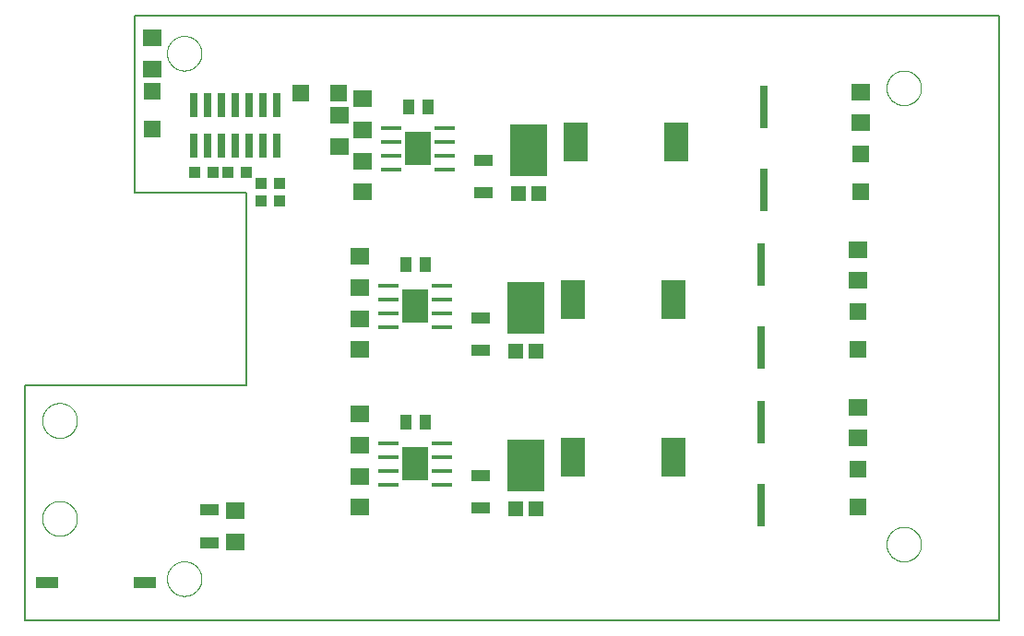
<source format=gtp>
G75*
%MOIN*%
%OFA0B0*%
%FSLAX25Y25*%
%IPPOS*%
%LPD*%
%AMOC8*
5,1,8,0,0,1.08239X$1,22.5*
%
%ADD10C,0.00500*%
%ADD11C,0.00000*%
%ADD12R,0.07100X0.04400*%
%ADD13R,0.07098X0.06299*%
%ADD14R,0.04400X0.05700*%
%ADD15R,0.03100X0.15200*%
%ADD16R,0.05500X0.05500*%
%ADD17R,0.13200X0.19100*%
%ADD18R,0.05906X0.05906*%
%ADD19R,0.07800X0.01800*%
%ADD20R,0.09400X0.12200*%
%ADD21C,0.00600*%
%ADD22R,0.09055X0.14173*%
%ADD23R,0.03937X0.04331*%
%ADD24R,0.04331X0.03937*%
%ADD25R,0.02992X0.08661*%
%ADD26R,0.07900X0.04300*%
D10*
X0026831Y0025600D02*
X0026831Y0110600D01*
X0106831Y0110600D01*
X0106831Y0180100D01*
X0066331Y0180100D01*
X0066331Y0244100D01*
X0378831Y0244100D01*
X0378831Y0025600D01*
X0026831Y0025600D01*
D11*
X0032996Y0062383D02*
X0032998Y0062541D01*
X0033004Y0062699D01*
X0033014Y0062857D01*
X0033028Y0063015D01*
X0033046Y0063172D01*
X0033067Y0063329D01*
X0033093Y0063485D01*
X0033123Y0063641D01*
X0033156Y0063796D01*
X0033194Y0063949D01*
X0033235Y0064102D01*
X0033280Y0064254D01*
X0033329Y0064405D01*
X0033382Y0064554D01*
X0033438Y0064702D01*
X0033498Y0064848D01*
X0033562Y0064993D01*
X0033630Y0065136D01*
X0033701Y0065278D01*
X0033775Y0065418D01*
X0033853Y0065555D01*
X0033935Y0065691D01*
X0034019Y0065825D01*
X0034108Y0065956D01*
X0034199Y0066085D01*
X0034294Y0066212D01*
X0034391Y0066337D01*
X0034492Y0066459D01*
X0034596Y0066578D01*
X0034703Y0066695D01*
X0034813Y0066809D01*
X0034926Y0066920D01*
X0035041Y0067029D01*
X0035159Y0067134D01*
X0035280Y0067236D01*
X0035403Y0067336D01*
X0035529Y0067432D01*
X0035657Y0067525D01*
X0035787Y0067615D01*
X0035920Y0067701D01*
X0036055Y0067785D01*
X0036191Y0067864D01*
X0036330Y0067941D01*
X0036471Y0068013D01*
X0036613Y0068083D01*
X0036757Y0068148D01*
X0036903Y0068210D01*
X0037050Y0068268D01*
X0037199Y0068323D01*
X0037349Y0068374D01*
X0037500Y0068421D01*
X0037652Y0068464D01*
X0037805Y0068503D01*
X0037960Y0068539D01*
X0038115Y0068570D01*
X0038271Y0068598D01*
X0038427Y0068622D01*
X0038584Y0068642D01*
X0038742Y0068658D01*
X0038899Y0068670D01*
X0039058Y0068678D01*
X0039216Y0068682D01*
X0039374Y0068682D01*
X0039532Y0068678D01*
X0039691Y0068670D01*
X0039848Y0068658D01*
X0040006Y0068642D01*
X0040163Y0068622D01*
X0040319Y0068598D01*
X0040475Y0068570D01*
X0040630Y0068539D01*
X0040785Y0068503D01*
X0040938Y0068464D01*
X0041090Y0068421D01*
X0041241Y0068374D01*
X0041391Y0068323D01*
X0041540Y0068268D01*
X0041687Y0068210D01*
X0041833Y0068148D01*
X0041977Y0068083D01*
X0042119Y0068013D01*
X0042260Y0067941D01*
X0042399Y0067864D01*
X0042535Y0067785D01*
X0042670Y0067701D01*
X0042803Y0067615D01*
X0042933Y0067525D01*
X0043061Y0067432D01*
X0043187Y0067336D01*
X0043310Y0067236D01*
X0043431Y0067134D01*
X0043549Y0067029D01*
X0043664Y0066920D01*
X0043777Y0066809D01*
X0043887Y0066695D01*
X0043994Y0066578D01*
X0044098Y0066459D01*
X0044199Y0066337D01*
X0044296Y0066212D01*
X0044391Y0066085D01*
X0044482Y0065956D01*
X0044571Y0065825D01*
X0044655Y0065691D01*
X0044737Y0065555D01*
X0044815Y0065418D01*
X0044889Y0065278D01*
X0044960Y0065136D01*
X0045028Y0064993D01*
X0045092Y0064848D01*
X0045152Y0064702D01*
X0045208Y0064554D01*
X0045261Y0064405D01*
X0045310Y0064254D01*
X0045355Y0064102D01*
X0045396Y0063949D01*
X0045434Y0063796D01*
X0045467Y0063641D01*
X0045497Y0063485D01*
X0045523Y0063329D01*
X0045544Y0063172D01*
X0045562Y0063015D01*
X0045576Y0062857D01*
X0045586Y0062699D01*
X0045592Y0062541D01*
X0045594Y0062383D01*
X0045592Y0062225D01*
X0045586Y0062067D01*
X0045576Y0061909D01*
X0045562Y0061751D01*
X0045544Y0061594D01*
X0045523Y0061437D01*
X0045497Y0061281D01*
X0045467Y0061125D01*
X0045434Y0060970D01*
X0045396Y0060817D01*
X0045355Y0060664D01*
X0045310Y0060512D01*
X0045261Y0060361D01*
X0045208Y0060212D01*
X0045152Y0060064D01*
X0045092Y0059918D01*
X0045028Y0059773D01*
X0044960Y0059630D01*
X0044889Y0059488D01*
X0044815Y0059348D01*
X0044737Y0059211D01*
X0044655Y0059075D01*
X0044571Y0058941D01*
X0044482Y0058810D01*
X0044391Y0058681D01*
X0044296Y0058554D01*
X0044199Y0058429D01*
X0044098Y0058307D01*
X0043994Y0058188D01*
X0043887Y0058071D01*
X0043777Y0057957D01*
X0043664Y0057846D01*
X0043549Y0057737D01*
X0043431Y0057632D01*
X0043310Y0057530D01*
X0043187Y0057430D01*
X0043061Y0057334D01*
X0042933Y0057241D01*
X0042803Y0057151D01*
X0042670Y0057065D01*
X0042535Y0056981D01*
X0042399Y0056902D01*
X0042260Y0056825D01*
X0042119Y0056753D01*
X0041977Y0056683D01*
X0041833Y0056618D01*
X0041687Y0056556D01*
X0041540Y0056498D01*
X0041391Y0056443D01*
X0041241Y0056392D01*
X0041090Y0056345D01*
X0040938Y0056302D01*
X0040785Y0056263D01*
X0040630Y0056227D01*
X0040475Y0056196D01*
X0040319Y0056168D01*
X0040163Y0056144D01*
X0040006Y0056124D01*
X0039848Y0056108D01*
X0039691Y0056096D01*
X0039532Y0056088D01*
X0039374Y0056084D01*
X0039216Y0056084D01*
X0039058Y0056088D01*
X0038899Y0056096D01*
X0038742Y0056108D01*
X0038584Y0056124D01*
X0038427Y0056144D01*
X0038271Y0056168D01*
X0038115Y0056196D01*
X0037960Y0056227D01*
X0037805Y0056263D01*
X0037652Y0056302D01*
X0037500Y0056345D01*
X0037349Y0056392D01*
X0037199Y0056443D01*
X0037050Y0056498D01*
X0036903Y0056556D01*
X0036757Y0056618D01*
X0036613Y0056683D01*
X0036471Y0056753D01*
X0036330Y0056825D01*
X0036191Y0056902D01*
X0036055Y0056981D01*
X0035920Y0057065D01*
X0035787Y0057151D01*
X0035657Y0057241D01*
X0035529Y0057334D01*
X0035403Y0057430D01*
X0035280Y0057530D01*
X0035159Y0057632D01*
X0035041Y0057737D01*
X0034926Y0057846D01*
X0034813Y0057957D01*
X0034703Y0058071D01*
X0034596Y0058188D01*
X0034492Y0058307D01*
X0034391Y0058429D01*
X0034294Y0058554D01*
X0034199Y0058681D01*
X0034108Y0058810D01*
X0034019Y0058941D01*
X0033935Y0059075D01*
X0033853Y0059211D01*
X0033775Y0059348D01*
X0033701Y0059488D01*
X0033630Y0059630D01*
X0033562Y0059773D01*
X0033498Y0059918D01*
X0033438Y0060064D01*
X0033382Y0060212D01*
X0033329Y0060361D01*
X0033280Y0060512D01*
X0033235Y0060664D01*
X0033194Y0060817D01*
X0033156Y0060970D01*
X0033123Y0061125D01*
X0033093Y0061281D01*
X0033067Y0061437D01*
X0033046Y0061594D01*
X0033028Y0061751D01*
X0033014Y0061909D01*
X0033004Y0062067D01*
X0032998Y0062225D01*
X0032996Y0062383D01*
X0078081Y0040600D02*
X0078083Y0040758D01*
X0078089Y0040915D01*
X0078099Y0041073D01*
X0078113Y0041230D01*
X0078131Y0041386D01*
X0078152Y0041543D01*
X0078178Y0041698D01*
X0078208Y0041853D01*
X0078241Y0042007D01*
X0078279Y0042160D01*
X0078320Y0042313D01*
X0078365Y0042464D01*
X0078414Y0042614D01*
X0078467Y0042762D01*
X0078523Y0042910D01*
X0078584Y0043055D01*
X0078647Y0043200D01*
X0078715Y0043342D01*
X0078786Y0043483D01*
X0078860Y0043622D01*
X0078938Y0043759D01*
X0079020Y0043894D01*
X0079104Y0044027D01*
X0079193Y0044158D01*
X0079284Y0044286D01*
X0079379Y0044413D01*
X0079476Y0044536D01*
X0079577Y0044658D01*
X0079681Y0044776D01*
X0079788Y0044892D01*
X0079898Y0045005D01*
X0080010Y0045116D01*
X0080126Y0045223D01*
X0080244Y0045328D01*
X0080364Y0045430D01*
X0080487Y0045528D01*
X0080613Y0045624D01*
X0080741Y0045716D01*
X0080871Y0045805D01*
X0081003Y0045891D01*
X0081138Y0045973D01*
X0081275Y0046052D01*
X0081413Y0046127D01*
X0081553Y0046199D01*
X0081696Y0046267D01*
X0081839Y0046332D01*
X0081985Y0046393D01*
X0082132Y0046450D01*
X0082280Y0046504D01*
X0082430Y0046554D01*
X0082580Y0046600D01*
X0082732Y0046642D01*
X0082885Y0046681D01*
X0083039Y0046715D01*
X0083194Y0046746D01*
X0083349Y0046772D01*
X0083505Y0046795D01*
X0083662Y0046814D01*
X0083819Y0046829D01*
X0083976Y0046840D01*
X0084134Y0046847D01*
X0084292Y0046850D01*
X0084449Y0046849D01*
X0084607Y0046844D01*
X0084764Y0046835D01*
X0084922Y0046822D01*
X0085078Y0046805D01*
X0085235Y0046784D01*
X0085390Y0046760D01*
X0085545Y0046731D01*
X0085700Y0046698D01*
X0085853Y0046662D01*
X0086006Y0046621D01*
X0086157Y0046577D01*
X0086307Y0046529D01*
X0086456Y0046478D01*
X0086604Y0046422D01*
X0086750Y0046363D01*
X0086895Y0046300D01*
X0087038Y0046233D01*
X0087179Y0046163D01*
X0087318Y0046090D01*
X0087456Y0046013D01*
X0087592Y0045932D01*
X0087725Y0045848D01*
X0087856Y0045761D01*
X0087985Y0045670D01*
X0088112Y0045576D01*
X0088237Y0045479D01*
X0088358Y0045379D01*
X0088478Y0045276D01*
X0088594Y0045170D01*
X0088708Y0045061D01*
X0088820Y0044949D01*
X0088928Y0044835D01*
X0089033Y0044717D01*
X0089136Y0044597D01*
X0089235Y0044475D01*
X0089331Y0044350D01*
X0089424Y0044222D01*
X0089514Y0044093D01*
X0089600Y0043961D01*
X0089684Y0043827D01*
X0089763Y0043691D01*
X0089840Y0043553D01*
X0089912Y0043413D01*
X0089981Y0043271D01*
X0090047Y0043128D01*
X0090109Y0042983D01*
X0090167Y0042836D01*
X0090222Y0042688D01*
X0090273Y0042539D01*
X0090320Y0042388D01*
X0090363Y0042237D01*
X0090402Y0042084D01*
X0090438Y0041930D01*
X0090469Y0041776D01*
X0090497Y0041621D01*
X0090521Y0041465D01*
X0090541Y0041308D01*
X0090557Y0041151D01*
X0090569Y0040994D01*
X0090577Y0040837D01*
X0090581Y0040679D01*
X0090581Y0040521D01*
X0090577Y0040363D01*
X0090569Y0040206D01*
X0090557Y0040049D01*
X0090541Y0039892D01*
X0090521Y0039735D01*
X0090497Y0039579D01*
X0090469Y0039424D01*
X0090438Y0039270D01*
X0090402Y0039116D01*
X0090363Y0038963D01*
X0090320Y0038812D01*
X0090273Y0038661D01*
X0090222Y0038512D01*
X0090167Y0038364D01*
X0090109Y0038217D01*
X0090047Y0038072D01*
X0089981Y0037929D01*
X0089912Y0037787D01*
X0089840Y0037647D01*
X0089763Y0037509D01*
X0089684Y0037373D01*
X0089600Y0037239D01*
X0089514Y0037107D01*
X0089424Y0036978D01*
X0089331Y0036850D01*
X0089235Y0036725D01*
X0089136Y0036603D01*
X0089033Y0036483D01*
X0088928Y0036365D01*
X0088820Y0036251D01*
X0088708Y0036139D01*
X0088594Y0036030D01*
X0088478Y0035924D01*
X0088358Y0035821D01*
X0088237Y0035721D01*
X0088112Y0035624D01*
X0087985Y0035530D01*
X0087856Y0035439D01*
X0087725Y0035352D01*
X0087592Y0035268D01*
X0087456Y0035187D01*
X0087318Y0035110D01*
X0087179Y0035037D01*
X0087038Y0034967D01*
X0086895Y0034900D01*
X0086750Y0034837D01*
X0086604Y0034778D01*
X0086456Y0034722D01*
X0086307Y0034671D01*
X0086157Y0034623D01*
X0086006Y0034579D01*
X0085853Y0034538D01*
X0085700Y0034502D01*
X0085545Y0034469D01*
X0085390Y0034440D01*
X0085235Y0034416D01*
X0085078Y0034395D01*
X0084922Y0034378D01*
X0084764Y0034365D01*
X0084607Y0034356D01*
X0084449Y0034351D01*
X0084292Y0034350D01*
X0084134Y0034353D01*
X0083976Y0034360D01*
X0083819Y0034371D01*
X0083662Y0034386D01*
X0083505Y0034405D01*
X0083349Y0034428D01*
X0083194Y0034454D01*
X0083039Y0034485D01*
X0082885Y0034519D01*
X0082732Y0034558D01*
X0082580Y0034600D01*
X0082430Y0034646D01*
X0082280Y0034696D01*
X0082132Y0034750D01*
X0081985Y0034807D01*
X0081839Y0034868D01*
X0081696Y0034933D01*
X0081553Y0035001D01*
X0081413Y0035073D01*
X0081275Y0035148D01*
X0081138Y0035227D01*
X0081003Y0035309D01*
X0080871Y0035395D01*
X0080741Y0035484D01*
X0080613Y0035576D01*
X0080487Y0035672D01*
X0080364Y0035770D01*
X0080244Y0035872D01*
X0080126Y0035977D01*
X0080010Y0036084D01*
X0079898Y0036195D01*
X0079788Y0036308D01*
X0079681Y0036424D01*
X0079577Y0036542D01*
X0079476Y0036664D01*
X0079379Y0036787D01*
X0079284Y0036914D01*
X0079193Y0037042D01*
X0079104Y0037173D01*
X0079020Y0037306D01*
X0078938Y0037441D01*
X0078860Y0037578D01*
X0078786Y0037717D01*
X0078715Y0037858D01*
X0078647Y0038000D01*
X0078584Y0038145D01*
X0078523Y0038290D01*
X0078467Y0038438D01*
X0078414Y0038586D01*
X0078365Y0038736D01*
X0078320Y0038887D01*
X0078279Y0039040D01*
X0078241Y0039193D01*
X0078208Y0039347D01*
X0078178Y0039502D01*
X0078152Y0039657D01*
X0078131Y0039814D01*
X0078113Y0039970D01*
X0078099Y0040127D01*
X0078089Y0040285D01*
X0078083Y0040442D01*
X0078081Y0040600D01*
X0032996Y0097817D02*
X0032998Y0097975D01*
X0033004Y0098133D01*
X0033014Y0098291D01*
X0033028Y0098449D01*
X0033046Y0098606D01*
X0033067Y0098763D01*
X0033093Y0098919D01*
X0033123Y0099075D01*
X0033156Y0099230D01*
X0033194Y0099383D01*
X0033235Y0099536D01*
X0033280Y0099688D01*
X0033329Y0099839D01*
X0033382Y0099988D01*
X0033438Y0100136D01*
X0033498Y0100282D01*
X0033562Y0100427D01*
X0033630Y0100570D01*
X0033701Y0100712D01*
X0033775Y0100852D01*
X0033853Y0100989D01*
X0033935Y0101125D01*
X0034019Y0101259D01*
X0034108Y0101390D01*
X0034199Y0101519D01*
X0034294Y0101646D01*
X0034391Y0101771D01*
X0034492Y0101893D01*
X0034596Y0102012D01*
X0034703Y0102129D01*
X0034813Y0102243D01*
X0034926Y0102354D01*
X0035041Y0102463D01*
X0035159Y0102568D01*
X0035280Y0102670D01*
X0035403Y0102770D01*
X0035529Y0102866D01*
X0035657Y0102959D01*
X0035787Y0103049D01*
X0035920Y0103135D01*
X0036055Y0103219D01*
X0036191Y0103298D01*
X0036330Y0103375D01*
X0036471Y0103447D01*
X0036613Y0103517D01*
X0036757Y0103582D01*
X0036903Y0103644D01*
X0037050Y0103702D01*
X0037199Y0103757D01*
X0037349Y0103808D01*
X0037500Y0103855D01*
X0037652Y0103898D01*
X0037805Y0103937D01*
X0037960Y0103973D01*
X0038115Y0104004D01*
X0038271Y0104032D01*
X0038427Y0104056D01*
X0038584Y0104076D01*
X0038742Y0104092D01*
X0038899Y0104104D01*
X0039058Y0104112D01*
X0039216Y0104116D01*
X0039374Y0104116D01*
X0039532Y0104112D01*
X0039691Y0104104D01*
X0039848Y0104092D01*
X0040006Y0104076D01*
X0040163Y0104056D01*
X0040319Y0104032D01*
X0040475Y0104004D01*
X0040630Y0103973D01*
X0040785Y0103937D01*
X0040938Y0103898D01*
X0041090Y0103855D01*
X0041241Y0103808D01*
X0041391Y0103757D01*
X0041540Y0103702D01*
X0041687Y0103644D01*
X0041833Y0103582D01*
X0041977Y0103517D01*
X0042119Y0103447D01*
X0042260Y0103375D01*
X0042399Y0103298D01*
X0042535Y0103219D01*
X0042670Y0103135D01*
X0042803Y0103049D01*
X0042933Y0102959D01*
X0043061Y0102866D01*
X0043187Y0102770D01*
X0043310Y0102670D01*
X0043431Y0102568D01*
X0043549Y0102463D01*
X0043664Y0102354D01*
X0043777Y0102243D01*
X0043887Y0102129D01*
X0043994Y0102012D01*
X0044098Y0101893D01*
X0044199Y0101771D01*
X0044296Y0101646D01*
X0044391Y0101519D01*
X0044482Y0101390D01*
X0044571Y0101259D01*
X0044655Y0101125D01*
X0044737Y0100989D01*
X0044815Y0100852D01*
X0044889Y0100712D01*
X0044960Y0100570D01*
X0045028Y0100427D01*
X0045092Y0100282D01*
X0045152Y0100136D01*
X0045208Y0099988D01*
X0045261Y0099839D01*
X0045310Y0099688D01*
X0045355Y0099536D01*
X0045396Y0099383D01*
X0045434Y0099230D01*
X0045467Y0099075D01*
X0045497Y0098919D01*
X0045523Y0098763D01*
X0045544Y0098606D01*
X0045562Y0098449D01*
X0045576Y0098291D01*
X0045586Y0098133D01*
X0045592Y0097975D01*
X0045594Y0097817D01*
X0045592Y0097659D01*
X0045586Y0097501D01*
X0045576Y0097343D01*
X0045562Y0097185D01*
X0045544Y0097028D01*
X0045523Y0096871D01*
X0045497Y0096715D01*
X0045467Y0096559D01*
X0045434Y0096404D01*
X0045396Y0096251D01*
X0045355Y0096098D01*
X0045310Y0095946D01*
X0045261Y0095795D01*
X0045208Y0095646D01*
X0045152Y0095498D01*
X0045092Y0095352D01*
X0045028Y0095207D01*
X0044960Y0095064D01*
X0044889Y0094922D01*
X0044815Y0094782D01*
X0044737Y0094645D01*
X0044655Y0094509D01*
X0044571Y0094375D01*
X0044482Y0094244D01*
X0044391Y0094115D01*
X0044296Y0093988D01*
X0044199Y0093863D01*
X0044098Y0093741D01*
X0043994Y0093622D01*
X0043887Y0093505D01*
X0043777Y0093391D01*
X0043664Y0093280D01*
X0043549Y0093171D01*
X0043431Y0093066D01*
X0043310Y0092964D01*
X0043187Y0092864D01*
X0043061Y0092768D01*
X0042933Y0092675D01*
X0042803Y0092585D01*
X0042670Y0092499D01*
X0042535Y0092415D01*
X0042399Y0092336D01*
X0042260Y0092259D01*
X0042119Y0092187D01*
X0041977Y0092117D01*
X0041833Y0092052D01*
X0041687Y0091990D01*
X0041540Y0091932D01*
X0041391Y0091877D01*
X0041241Y0091826D01*
X0041090Y0091779D01*
X0040938Y0091736D01*
X0040785Y0091697D01*
X0040630Y0091661D01*
X0040475Y0091630D01*
X0040319Y0091602D01*
X0040163Y0091578D01*
X0040006Y0091558D01*
X0039848Y0091542D01*
X0039691Y0091530D01*
X0039532Y0091522D01*
X0039374Y0091518D01*
X0039216Y0091518D01*
X0039058Y0091522D01*
X0038899Y0091530D01*
X0038742Y0091542D01*
X0038584Y0091558D01*
X0038427Y0091578D01*
X0038271Y0091602D01*
X0038115Y0091630D01*
X0037960Y0091661D01*
X0037805Y0091697D01*
X0037652Y0091736D01*
X0037500Y0091779D01*
X0037349Y0091826D01*
X0037199Y0091877D01*
X0037050Y0091932D01*
X0036903Y0091990D01*
X0036757Y0092052D01*
X0036613Y0092117D01*
X0036471Y0092187D01*
X0036330Y0092259D01*
X0036191Y0092336D01*
X0036055Y0092415D01*
X0035920Y0092499D01*
X0035787Y0092585D01*
X0035657Y0092675D01*
X0035529Y0092768D01*
X0035403Y0092864D01*
X0035280Y0092964D01*
X0035159Y0093066D01*
X0035041Y0093171D01*
X0034926Y0093280D01*
X0034813Y0093391D01*
X0034703Y0093505D01*
X0034596Y0093622D01*
X0034492Y0093741D01*
X0034391Y0093863D01*
X0034294Y0093988D01*
X0034199Y0094115D01*
X0034108Y0094244D01*
X0034019Y0094375D01*
X0033935Y0094509D01*
X0033853Y0094645D01*
X0033775Y0094782D01*
X0033701Y0094922D01*
X0033630Y0095064D01*
X0033562Y0095207D01*
X0033498Y0095352D01*
X0033438Y0095498D01*
X0033382Y0095646D01*
X0033329Y0095795D01*
X0033280Y0095946D01*
X0033235Y0096098D01*
X0033194Y0096251D01*
X0033156Y0096404D01*
X0033123Y0096559D01*
X0033093Y0096715D01*
X0033067Y0096871D01*
X0033046Y0097028D01*
X0033028Y0097185D01*
X0033014Y0097343D01*
X0033004Y0097501D01*
X0032998Y0097659D01*
X0032996Y0097817D01*
X0078081Y0230600D02*
X0078083Y0230758D01*
X0078089Y0230915D01*
X0078099Y0231073D01*
X0078113Y0231230D01*
X0078131Y0231386D01*
X0078152Y0231543D01*
X0078178Y0231698D01*
X0078208Y0231853D01*
X0078241Y0232007D01*
X0078279Y0232160D01*
X0078320Y0232313D01*
X0078365Y0232464D01*
X0078414Y0232614D01*
X0078467Y0232762D01*
X0078523Y0232910D01*
X0078584Y0233055D01*
X0078647Y0233200D01*
X0078715Y0233342D01*
X0078786Y0233483D01*
X0078860Y0233622D01*
X0078938Y0233759D01*
X0079020Y0233894D01*
X0079104Y0234027D01*
X0079193Y0234158D01*
X0079284Y0234286D01*
X0079379Y0234413D01*
X0079476Y0234536D01*
X0079577Y0234658D01*
X0079681Y0234776D01*
X0079788Y0234892D01*
X0079898Y0235005D01*
X0080010Y0235116D01*
X0080126Y0235223D01*
X0080244Y0235328D01*
X0080364Y0235430D01*
X0080487Y0235528D01*
X0080613Y0235624D01*
X0080741Y0235716D01*
X0080871Y0235805D01*
X0081003Y0235891D01*
X0081138Y0235973D01*
X0081275Y0236052D01*
X0081413Y0236127D01*
X0081553Y0236199D01*
X0081696Y0236267D01*
X0081839Y0236332D01*
X0081985Y0236393D01*
X0082132Y0236450D01*
X0082280Y0236504D01*
X0082430Y0236554D01*
X0082580Y0236600D01*
X0082732Y0236642D01*
X0082885Y0236681D01*
X0083039Y0236715D01*
X0083194Y0236746D01*
X0083349Y0236772D01*
X0083505Y0236795D01*
X0083662Y0236814D01*
X0083819Y0236829D01*
X0083976Y0236840D01*
X0084134Y0236847D01*
X0084292Y0236850D01*
X0084449Y0236849D01*
X0084607Y0236844D01*
X0084764Y0236835D01*
X0084922Y0236822D01*
X0085078Y0236805D01*
X0085235Y0236784D01*
X0085390Y0236760D01*
X0085545Y0236731D01*
X0085700Y0236698D01*
X0085853Y0236662D01*
X0086006Y0236621D01*
X0086157Y0236577D01*
X0086307Y0236529D01*
X0086456Y0236478D01*
X0086604Y0236422D01*
X0086750Y0236363D01*
X0086895Y0236300D01*
X0087038Y0236233D01*
X0087179Y0236163D01*
X0087318Y0236090D01*
X0087456Y0236013D01*
X0087592Y0235932D01*
X0087725Y0235848D01*
X0087856Y0235761D01*
X0087985Y0235670D01*
X0088112Y0235576D01*
X0088237Y0235479D01*
X0088358Y0235379D01*
X0088478Y0235276D01*
X0088594Y0235170D01*
X0088708Y0235061D01*
X0088820Y0234949D01*
X0088928Y0234835D01*
X0089033Y0234717D01*
X0089136Y0234597D01*
X0089235Y0234475D01*
X0089331Y0234350D01*
X0089424Y0234222D01*
X0089514Y0234093D01*
X0089600Y0233961D01*
X0089684Y0233827D01*
X0089763Y0233691D01*
X0089840Y0233553D01*
X0089912Y0233413D01*
X0089981Y0233271D01*
X0090047Y0233128D01*
X0090109Y0232983D01*
X0090167Y0232836D01*
X0090222Y0232688D01*
X0090273Y0232539D01*
X0090320Y0232388D01*
X0090363Y0232237D01*
X0090402Y0232084D01*
X0090438Y0231930D01*
X0090469Y0231776D01*
X0090497Y0231621D01*
X0090521Y0231465D01*
X0090541Y0231308D01*
X0090557Y0231151D01*
X0090569Y0230994D01*
X0090577Y0230837D01*
X0090581Y0230679D01*
X0090581Y0230521D01*
X0090577Y0230363D01*
X0090569Y0230206D01*
X0090557Y0230049D01*
X0090541Y0229892D01*
X0090521Y0229735D01*
X0090497Y0229579D01*
X0090469Y0229424D01*
X0090438Y0229270D01*
X0090402Y0229116D01*
X0090363Y0228963D01*
X0090320Y0228812D01*
X0090273Y0228661D01*
X0090222Y0228512D01*
X0090167Y0228364D01*
X0090109Y0228217D01*
X0090047Y0228072D01*
X0089981Y0227929D01*
X0089912Y0227787D01*
X0089840Y0227647D01*
X0089763Y0227509D01*
X0089684Y0227373D01*
X0089600Y0227239D01*
X0089514Y0227107D01*
X0089424Y0226978D01*
X0089331Y0226850D01*
X0089235Y0226725D01*
X0089136Y0226603D01*
X0089033Y0226483D01*
X0088928Y0226365D01*
X0088820Y0226251D01*
X0088708Y0226139D01*
X0088594Y0226030D01*
X0088478Y0225924D01*
X0088358Y0225821D01*
X0088237Y0225721D01*
X0088112Y0225624D01*
X0087985Y0225530D01*
X0087856Y0225439D01*
X0087725Y0225352D01*
X0087592Y0225268D01*
X0087456Y0225187D01*
X0087318Y0225110D01*
X0087179Y0225037D01*
X0087038Y0224967D01*
X0086895Y0224900D01*
X0086750Y0224837D01*
X0086604Y0224778D01*
X0086456Y0224722D01*
X0086307Y0224671D01*
X0086157Y0224623D01*
X0086006Y0224579D01*
X0085853Y0224538D01*
X0085700Y0224502D01*
X0085545Y0224469D01*
X0085390Y0224440D01*
X0085235Y0224416D01*
X0085078Y0224395D01*
X0084922Y0224378D01*
X0084764Y0224365D01*
X0084607Y0224356D01*
X0084449Y0224351D01*
X0084292Y0224350D01*
X0084134Y0224353D01*
X0083976Y0224360D01*
X0083819Y0224371D01*
X0083662Y0224386D01*
X0083505Y0224405D01*
X0083349Y0224428D01*
X0083194Y0224454D01*
X0083039Y0224485D01*
X0082885Y0224519D01*
X0082732Y0224558D01*
X0082580Y0224600D01*
X0082430Y0224646D01*
X0082280Y0224696D01*
X0082132Y0224750D01*
X0081985Y0224807D01*
X0081839Y0224868D01*
X0081696Y0224933D01*
X0081553Y0225001D01*
X0081413Y0225073D01*
X0081275Y0225148D01*
X0081138Y0225227D01*
X0081003Y0225309D01*
X0080871Y0225395D01*
X0080741Y0225484D01*
X0080613Y0225576D01*
X0080487Y0225672D01*
X0080364Y0225770D01*
X0080244Y0225872D01*
X0080126Y0225977D01*
X0080010Y0226084D01*
X0079898Y0226195D01*
X0079788Y0226308D01*
X0079681Y0226424D01*
X0079577Y0226542D01*
X0079476Y0226664D01*
X0079379Y0226787D01*
X0079284Y0226914D01*
X0079193Y0227042D01*
X0079104Y0227173D01*
X0079020Y0227306D01*
X0078938Y0227441D01*
X0078860Y0227578D01*
X0078786Y0227717D01*
X0078715Y0227858D01*
X0078647Y0228000D01*
X0078584Y0228145D01*
X0078523Y0228290D01*
X0078467Y0228438D01*
X0078414Y0228586D01*
X0078365Y0228736D01*
X0078320Y0228887D01*
X0078279Y0229040D01*
X0078241Y0229193D01*
X0078208Y0229347D01*
X0078178Y0229502D01*
X0078152Y0229657D01*
X0078131Y0229814D01*
X0078113Y0229970D01*
X0078099Y0230127D01*
X0078089Y0230285D01*
X0078083Y0230442D01*
X0078081Y0230600D01*
X0338081Y0218100D02*
X0338083Y0218258D01*
X0338089Y0218415D01*
X0338099Y0218573D01*
X0338113Y0218730D01*
X0338131Y0218886D01*
X0338152Y0219043D01*
X0338178Y0219198D01*
X0338208Y0219353D01*
X0338241Y0219507D01*
X0338279Y0219660D01*
X0338320Y0219813D01*
X0338365Y0219964D01*
X0338414Y0220114D01*
X0338467Y0220262D01*
X0338523Y0220410D01*
X0338584Y0220555D01*
X0338647Y0220700D01*
X0338715Y0220842D01*
X0338786Y0220983D01*
X0338860Y0221122D01*
X0338938Y0221259D01*
X0339020Y0221394D01*
X0339104Y0221527D01*
X0339193Y0221658D01*
X0339284Y0221786D01*
X0339379Y0221913D01*
X0339476Y0222036D01*
X0339577Y0222158D01*
X0339681Y0222276D01*
X0339788Y0222392D01*
X0339898Y0222505D01*
X0340010Y0222616D01*
X0340126Y0222723D01*
X0340244Y0222828D01*
X0340364Y0222930D01*
X0340487Y0223028D01*
X0340613Y0223124D01*
X0340741Y0223216D01*
X0340871Y0223305D01*
X0341003Y0223391D01*
X0341138Y0223473D01*
X0341275Y0223552D01*
X0341413Y0223627D01*
X0341553Y0223699D01*
X0341696Y0223767D01*
X0341839Y0223832D01*
X0341985Y0223893D01*
X0342132Y0223950D01*
X0342280Y0224004D01*
X0342430Y0224054D01*
X0342580Y0224100D01*
X0342732Y0224142D01*
X0342885Y0224181D01*
X0343039Y0224215D01*
X0343194Y0224246D01*
X0343349Y0224272D01*
X0343505Y0224295D01*
X0343662Y0224314D01*
X0343819Y0224329D01*
X0343976Y0224340D01*
X0344134Y0224347D01*
X0344292Y0224350D01*
X0344449Y0224349D01*
X0344607Y0224344D01*
X0344764Y0224335D01*
X0344922Y0224322D01*
X0345078Y0224305D01*
X0345235Y0224284D01*
X0345390Y0224260D01*
X0345545Y0224231D01*
X0345700Y0224198D01*
X0345853Y0224162D01*
X0346006Y0224121D01*
X0346157Y0224077D01*
X0346307Y0224029D01*
X0346456Y0223978D01*
X0346604Y0223922D01*
X0346750Y0223863D01*
X0346895Y0223800D01*
X0347038Y0223733D01*
X0347179Y0223663D01*
X0347318Y0223590D01*
X0347456Y0223513D01*
X0347592Y0223432D01*
X0347725Y0223348D01*
X0347856Y0223261D01*
X0347985Y0223170D01*
X0348112Y0223076D01*
X0348237Y0222979D01*
X0348358Y0222879D01*
X0348478Y0222776D01*
X0348594Y0222670D01*
X0348708Y0222561D01*
X0348820Y0222449D01*
X0348928Y0222335D01*
X0349033Y0222217D01*
X0349136Y0222097D01*
X0349235Y0221975D01*
X0349331Y0221850D01*
X0349424Y0221722D01*
X0349514Y0221593D01*
X0349600Y0221461D01*
X0349684Y0221327D01*
X0349763Y0221191D01*
X0349840Y0221053D01*
X0349912Y0220913D01*
X0349981Y0220771D01*
X0350047Y0220628D01*
X0350109Y0220483D01*
X0350167Y0220336D01*
X0350222Y0220188D01*
X0350273Y0220039D01*
X0350320Y0219888D01*
X0350363Y0219737D01*
X0350402Y0219584D01*
X0350438Y0219430D01*
X0350469Y0219276D01*
X0350497Y0219121D01*
X0350521Y0218965D01*
X0350541Y0218808D01*
X0350557Y0218651D01*
X0350569Y0218494D01*
X0350577Y0218337D01*
X0350581Y0218179D01*
X0350581Y0218021D01*
X0350577Y0217863D01*
X0350569Y0217706D01*
X0350557Y0217549D01*
X0350541Y0217392D01*
X0350521Y0217235D01*
X0350497Y0217079D01*
X0350469Y0216924D01*
X0350438Y0216770D01*
X0350402Y0216616D01*
X0350363Y0216463D01*
X0350320Y0216312D01*
X0350273Y0216161D01*
X0350222Y0216012D01*
X0350167Y0215864D01*
X0350109Y0215717D01*
X0350047Y0215572D01*
X0349981Y0215429D01*
X0349912Y0215287D01*
X0349840Y0215147D01*
X0349763Y0215009D01*
X0349684Y0214873D01*
X0349600Y0214739D01*
X0349514Y0214607D01*
X0349424Y0214478D01*
X0349331Y0214350D01*
X0349235Y0214225D01*
X0349136Y0214103D01*
X0349033Y0213983D01*
X0348928Y0213865D01*
X0348820Y0213751D01*
X0348708Y0213639D01*
X0348594Y0213530D01*
X0348478Y0213424D01*
X0348358Y0213321D01*
X0348237Y0213221D01*
X0348112Y0213124D01*
X0347985Y0213030D01*
X0347856Y0212939D01*
X0347725Y0212852D01*
X0347592Y0212768D01*
X0347456Y0212687D01*
X0347318Y0212610D01*
X0347179Y0212537D01*
X0347038Y0212467D01*
X0346895Y0212400D01*
X0346750Y0212337D01*
X0346604Y0212278D01*
X0346456Y0212222D01*
X0346307Y0212171D01*
X0346157Y0212123D01*
X0346006Y0212079D01*
X0345853Y0212038D01*
X0345700Y0212002D01*
X0345545Y0211969D01*
X0345390Y0211940D01*
X0345235Y0211916D01*
X0345078Y0211895D01*
X0344922Y0211878D01*
X0344764Y0211865D01*
X0344607Y0211856D01*
X0344449Y0211851D01*
X0344292Y0211850D01*
X0344134Y0211853D01*
X0343976Y0211860D01*
X0343819Y0211871D01*
X0343662Y0211886D01*
X0343505Y0211905D01*
X0343349Y0211928D01*
X0343194Y0211954D01*
X0343039Y0211985D01*
X0342885Y0212019D01*
X0342732Y0212058D01*
X0342580Y0212100D01*
X0342430Y0212146D01*
X0342280Y0212196D01*
X0342132Y0212250D01*
X0341985Y0212307D01*
X0341839Y0212368D01*
X0341696Y0212433D01*
X0341553Y0212501D01*
X0341413Y0212573D01*
X0341275Y0212648D01*
X0341138Y0212727D01*
X0341003Y0212809D01*
X0340871Y0212895D01*
X0340741Y0212984D01*
X0340613Y0213076D01*
X0340487Y0213172D01*
X0340364Y0213270D01*
X0340244Y0213372D01*
X0340126Y0213477D01*
X0340010Y0213584D01*
X0339898Y0213695D01*
X0339788Y0213808D01*
X0339681Y0213924D01*
X0339577Y0214042D01*
X0339476Y0214164D01*
X0339379Y0214287D01*
X0339284Y0214414D01*
X0339193Y0214542D01*
X0339104Y0214673D01*
X0339020Y0214806D01*
X0338938Y0214941D01*
X0338860Y0215078D01*
X0338786Y0215217D01*
X0338715Y0215358D01*
X0338647Y0215500D01*
X0338584Y0215645D01*
X0338523Y0215790D01*
X0338467Y0215938D01*
X0338414Y0216086D01*
X0338365Y0216236D01*
X0338320Y0216387D01*
X0338279Y0216540D01*
X0338241Y0216693D01*
X0338208Y0216847D01*
X0338178Y0217002D01*
X0338152Y0217157D01*
X0338131Y0217314D01*
X0338113Y0217470D01*
X0338099Y0217627D01*
X0338089Y0217785D01*
X0338083Y0217942D01*
X0338081Y0218100D01*
X0338081Y0053100D02*
X0338083Y0053258D01*
X0338089Y0053415D01*
X0338099Y0053573D01*
X0338113Y0053730D01*
X0338131Y0053886D01*
X0338152Y0054043D01*
X0338178Y0054198D01*
X0338208Y0054353D01*
X0338241Y0054507D01*
X0338279Y0054660D01*
X0338320Y0054813D01*
X0338365Y0054964D01*
X0338414Y0055114D01*
X0338467Y0055262D01*
X0338523Y0055410D01*
X0338584Y0055555D01*
X0338647Y0055700D01*
X0338715Y0055842D01*
X0338786Y0055983D01*
X0338860Y0056122D01*
X0338938Y0056259D01*
X0339020Y0056394D01*
X0339104Y0056527D01*
X0339193Y0056658D01*
X0339284Y0056786D01*
X0339379Y0056913D01*
X0339476Y0057036D01*
X0339577Y0057158D01*
X0339681Y0057276D01*
X0339788Y0057392D01*
X0339898Y0057505D01*
X0340010Y0057616D01*
X0340126Y0057723D01*
X0340244Y0057828D01*
X0340364Y0057930D01*
X0340487Y0058028D01*
X0340613Y0058124D01*
X0340741Y0058216D01*
X0340871Y0058305D01*
X0341003Y0058391D01*
X0341138Y0058473D01*
X0341275Y0058552D01*
X0341413Y0058627D01*
X0341553Y0058699D01*
X0341696Y0058767D01*
X0341839Y0058832D01*
X0341985Y0058893D01*
X0342132Y0058950D01*
X0342280Y0059004D01*
X0342430Y0059054D01*
X0342580Y0059100D01*
X0342732Y0059142D01*
X0342885Y0059181D01*
X0343039Y0059215D01*
X0343194Y0059246D01*
X0343349Y0059272D01*
X0343505Y0059295D01*
X0343662Y0059314D01*
X0343819Y0059329D01*
X0343976Y0059340D01*
X0344134Y0059347D01*
X0344292Y0059350D01*
X0344449Y0059349D01*
X0344607Y0059344D01*
X0344764Y0059335D01*
X0344922Y0059322D01*
X0345078Y0059305D01*
X0345235Y0059284D01*
X0345390Y0059260D01*
X0345545Y0059231D01*
X0345700Y0059198D01*
X0345853Y0059162D01*
X0346006Y0059121D01*
X0346157Y0059077D01*
X0346307Y0059029D01*
X0346456Y0058978D01*
X0346604Y0058922D01*
X0346750Y0058863D01*
X0346895Y0058800D01*
X0347038Y0058733D01*
X0347179Y0058663D01*
X0347318Y0058590D01*
X0347456Y0058513D01*
X0347592Y0058432D01*
X0347725Y0058348D01*
X0347856Y0058261D01*
X0347985Y0058170D01*
X0348112Y0058076D01*
X0348237Y0057979D01*
X0348358Y0057879D01*
X0348478Y0057776D01*
X0348594Y0057670D01*
X0348708Y0057561D01*
X0348820Y0057449D01*
X0348928Y0057335D01*
X0349033Y0057217D01*
X0349136Y0057097D01*
X0349235Y0056975D01*
X0349331Y0056850D01*
X0349424Y0056722D01*
X0349514Y0056593D01*
X0349600Y0056461D01*
X0349684Y0056327D01*
X0349763Y0056191D01*
X0349840Y0056053D01*
X0349912Y0055913D01*
X0349981Y0055771D01*
X0350047Y0055628D01*
X0350109Y0055483D01*
X0350167Y0055336D01*
X0350222Y0055188D01*
X0350273Y0055039D01*
X0350320Y0054888D01*
X0350363Y0054737D01*
X0350402Y0054584D01*
X0350438Y0054430D01*
X0350469Y0054276D01*
X0350497Y0054121D01*
X0350521Y0053965D01*
X0350541Y0053808D01*
X0350557Y0053651D01*
X0350569Y0053494D01*
X0350577Y0053337D01*
X0350581Y0053179D01*
X0350581Y0053021D01*
X0350577Y0052863D01*
X0350569Y0052706D01*
X0350557Y0052549D01*
X0350541Y0052392D01*
X0350521Y0052235D01*
X0350497Y0052079D01*
X0350469Y0051924D01*
X0350438Y0051770D01*
X0350402Y0051616D01*
X0350363Y0051463D01*
X0350320Y0051312D01*
X0350273Y0051161D01*
X0350222Y0051012D01*
X0350167Y0050864D01*
X0350109Y0050717D01*
X0350047Y0050572D01*
X0349981Y0050429D01*
X0349912Y0050287D01*
X0349840Y0050147D01*
X0349763Y0050009D01*
X0349684Y0049873D01*
X0349600Y0049739D01*
X0349514Y0049607D01*
X0349424Y0049478D01*
X0349331Y0049350D01*
X0349235Y0049225D01*
X0349136Y0049103D01*
X0349033Y0048983D01*
X0348928Y0048865D01*
X0348820Y0048751D01*
X0348708Y0048639D01*
X0348594Y0048530D01*
X0348478Y0048424D01*
X0348358Y0048321D01*
X0348237Y0048221D01*
X0348112Y0048124D01*
X0347985Y0048030D01*
X0347856Y0047939D01*
X0347725Y0047852D01*
X0347592Y0047768D01*
X0347456Y0047687D01*
X0347318Y0047610D01*
X0347179Y0047537D01*
X0347038Y0047467D01*
X0346895Y0047400D01*
X0346750Y0047337D01*
X0346604Y0047278D01*
X0346456Y0047222D01*
X0346307Y0047171D01*
X0346157Y0047123D01*
X0346006Y0047079D01*
X0345853Y0047038D01*
X0345700Y0047002D01*
X0345545Y0046969D01*
X0345390Y0046940D01*
X0345235Y0046916D01*
X0345078Y0046895D01*
X0344922Y0046878D01*
X0344764Y0046865D01*
X0344607Y0046856D01*
X0344449Y0046851D01*
X0344292Y0046850D01*
X0344134Y0046853D01*
X0343976Y0046860D01*
X0343819Y0046871D01*
X0343662Y0046886D01*
X0343505Y0046905D01*
X0343349Y0046928D01*
X0343194Y0046954D01*
X0343039Y0046985D01*
X0342885Y0047019D01*
X0342732Y0047058D01*
X0342580Y0047100D01*
X0342430Y0047146D01*
X0342280Y0047196D01*
X0342132Y0047250D01*
X0341985Y0047307D01*
X0341839Y0047368D01*
X0341696Y0047433D01*
X0341553Y0047501D01*
X0341413Y0047573D01*
X0341275Y0047648D01*
X0341138Y0047727D01*
X0341003Y0047809D01*
X0340871Y0047895D01*
X0340741Y0047984D01*
X0340613Y0048076D01*
X0340487Y0048172D01*
X0340364Y0048270D01*
X0340244Y0048372D01*
X0340126Y0048477D01*
X0340010Y0048584D01*
X0339898Y0048695D01*
X0339788Y0048808D01*
X0339681Y0048924D01*
X0339577Y0049042D01*
X0339476Y0049164D01*
X0339379Y0049287D01*
X0339284Y0049414D01*
X0339193Y0049542D01*
X0339104Y0049673D01*
X0339020Y0049806D01*
X0338938Y0049941D01*
X0338860Y0050078D01*
X0338786Y0050217D01*
X0338715Y0050358D01*
X0338647Y0050500D01*
X0338584Y0050645D01*
X0338523Y0050790D01*
X0338467Y0050938D01*
X0338414Y0051086D01*
X0338365Y0051236D01*
X0338320Y0051387D01*
X0338279Y0051540D01*
X0338241Y0051693D01*
X0338208Y0051847D01*
X0338178Y0052002D01*
X0338152Y0052157D01*
X0338131Y0052314D01*
X0338113Y0052470D01*
X0338099Y0052627D01*
X0338089Y0052785D01*
X0338083Y0052942D01*
X0338081Y0053100D01*
D12*
X0191581Y0066200D03*
X0191581Y0078000D03*
X0191581Y0123200D03*
X0191581Y0135000D03*
X0192581Y0180200D03*
X0192581Y0192000D03*
X0093331Y0065500D03*
X0093331Y0053700D03*
D13*
X0102831Y0054002D03*
X0102831Y0065198D03*
X0147831Y0066502D03*
X0147831Y0077698D03*
X0147831Y0089002D03*
X0147831Y0100198D03*
X0147831Y0123502D03*
X0147831Y0134698D03*
X0147831Y0146002D03*
X0147831Y0157198D03*
X0148831Y0180502D03*
X0148831Y0191698D03*
X0140331Y0197002D03*
X0148831Y0203002D03*
X0140331Y0208198D03*
X0148831Y0214198D03*
X0072831Y0225002D03*
X0072831Y0236198D03*
X0328831Y0216698D03*
X0328831Y0205502D03*
X0327831Y0159698D03*
X0327831Y0148502D03*
X0327831Y0102698D03*
X0327831Y0091502D03*
D14*
X0171381Y0097100D03*
X0164281Y0097100D03*
X0164281Y0154100D03*
X0171381Y0154100D03*
X0172381Y0211100D03*
X0165281Y0211100D03*
D15*
X0293831Y0211150D03*
X0293831Y0181050D03*
X0292831Y0154150D03*
X0292831Y0124050D03*
X0292831Y0097150D03*
X0292831Y0067050D03*
D16*
X0211453Y0065850D03*
X0204209Y0065850D03*
X0204209Y0122850D03*
X0211453Y0122850D03*
X0212453Y0179850D03*
X0205209Y0179850D03*
D17*
X0208831Y0195550D03*
X0207831Y0138550D03*
X0207831Y0081550D03*
D18*
X0327831Y0080240D03*
X0327831Y0066460D03*
X0327831Y0123460D03*
X0327831Y0137240D03*
X0328831Y0180460D03*
X0328831Y0194240D03*
X0140220Y0216100D03*
X0126441Y0216100D03*
X0072831Y0216990D03*
X0072831Y0203210D03*
D19*
X0159131Y0203600D03*
X0159131Y0198600D03*
X0159131Y0193600D03*
X0159131Y0188600D03*
X0178531Y0188600D03*
X0178531Y0193600D03*
X0178531Y0198600D03*
X0178531Y0203600D03*
X0177531Y0146600D03*
X0177531Y0141600D03*
X0177531Y0136600D03*
X0177531Y0131600D03*
X0158131Y0131600D03*
X0158131Y0136600D03*
X0158131Y0141600D03*
X0158131Y0146600D03*
X0158131Y0089600D03*
X0158131Y0084600D03*
X0158131Y0079600D03*
X0158131Y0074600D03*
X0177531Y0074600D03*
X0177531Y0079600D03*
X0177531Y0084600D03*
X0177531Y0089600D03*
D20*
X0167831Y0082100D03*
X0167831Y0139100D03*
X0168831Y0196100D03*
D21*
X0173131Y0195700D02*
X0164531Y0195700D01*
X0164531Y0190400D01*
X0173131Y0190400D01*
X0173131Y0195700D01*
X0173131Y0196500D02*
X0173131Y0201800D01*
X0164531Y0201800D01*
X0164531Y0196500D01*
X0173131Y0196500D01*
X0172131Y0144800D02*
X0163531Y0144800D01*
X0163531Y0139500D01*
X0172131Y0139500D01*
X0172131Y0144800D01*
X0172131Y0138700D02*
X0163531Y0138700D01*
X0163531Y0133400D01*
X0172131Y0133400D01*
X0172131Y0138700D01*
X0172131Y0087800D02*
X0163531Y0087800D01*
X0163531Y0082500D01*
X0172131Y0082500D01*
X0172131Y0087800D01*
X0172131Y0081700D02*
X0163531Y0081700D01*
X0163531Y0076400D01*
X0172131Y0076400D01*
X0172131Y0081700D01*
D22*
X0224720Y0084600D03*
X0260941Y0084600D03*
X0260941Y0141600D03*
X0224720Y0141600D03*
X0225720Y0198600D03*
X0261941Y0198600D03*
D23*
X0118677Y0183600D03*
X0111984Y0183600D03*
X0106677Y0187600D03*
X0099984Y0187600D03*
X0094677Y0187600D03*
X0087984Y0187600D03*
D24*
X0111984Y0177100D03*
X0118677Y0177100D03*
D25*
X0117831Y0197317D03*
X0112831Y0197317D03*
X0107831Y0197317D03*
X0102831Y0197317D03*
X0097831Y0197317D03*
X0092831Y0197317D03*
X0087831Y0197317D03*
X0087831Y0211883D03*
X0092831Y0211883D03*
X0097831Y0211883D03*
X0102831Y0211883D03*
X0107831Y0211883D03*
X0112831Y0211883D03*
X0117831Y0211883D03*
D26*
X0070031Y0039100D03*
X0034631Y0039100D03*
M02*

</source>
